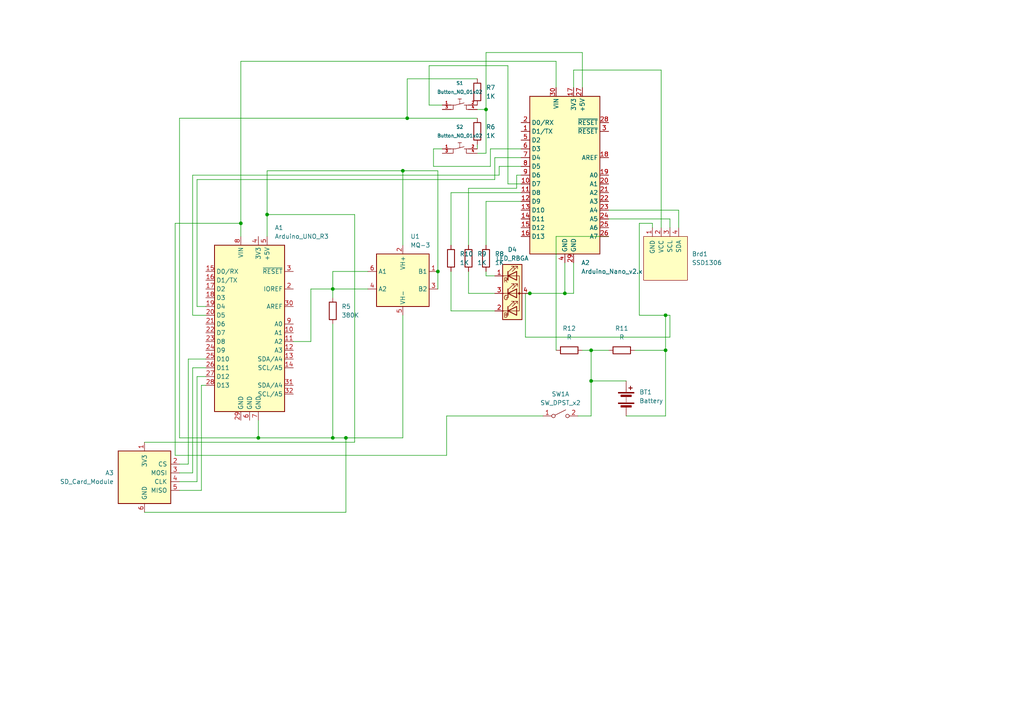
<source format=kicad_sch>
(kicad_sch (version 20230121) (generator eeschema)

  (uuid a94f6ade-b324-4980-a346-c4c7952bafd6)

  (paper "A4")

  (lib_symbols
    (symbol "Charleslabs_Parts:SD_Card_Module" (pin_names (offset 1.016)) (in_bom yes) (on_board yes)
      (property "Reference" "A" (at -7.62 10.16 0)
        (effects (font (size 1.27 1.27)))
      )
      (property "Value" "SD_Card_Module" (at 10.16 10.16 0)
        (effects (font (size 1.27 1.27)))
      )
      (property "Footprint" "Charleslabs_Parts:SD_Card_Module" (at 24.13 1.27 0)
        (effects (font (size 1.27 1.27)) hide)
      )
      (property "Datasheet" "" (at -7.62 8.89 0)
        (effects (font (size 1.27 1.27)) hide)
      )
      (symbol "SD_Card_Module_0_1"
        (rectangle (start -7.62 7.62) (end 7.62 -7.62)
          (stroke (width 0.254) (type solid))
          (fill (type background))
        )
      )
      (symbol "SD_Card_Module_1_1"
        (pin power_in line (at 0 10.16 270) (length 2.54)
          (name "3V3" (effects (font (size 1.27 1.27))))
          (number "1" (effects (font (size 1.27 1.27))))
        )
        (pin input line (at -10.16 3.81 0) (length 2.54)
          (name "CS" (effects (font (size 1.27 1.27))))
          (number "2" (effects (font (size 1.27 1.27))))
        )
        (pin input line (at -10.16 1.27 0) (length 2.54)
          (name "MOSI" (effects (font (size 1.27 1.27))))
          (number "3" (effects (font (size 1.27 1.27))))
        )
        (pin input line (at -10.16 -1.27 0) (length 2.54)
          (name "CLK" (effects (font (size 1.27 1.27))))
          (number "4" (effects (font (size 1.27 1.27))))
        )
        (pin output line (at -10.16 -3.81 0) (length 2.54)
          (name "MISO" (effects (font (size 1.27 1.27))))
          (number "5" (effects (font (size 1.27 1.27))))
        )
        (pin power_in line (at 0 -10.16 90) (length 2.54)
          (name "GND" (effects (font (size 1.27 1.27))))
          (number "6" (effects (font (size 1.27 1.27))))
        )
      )
    )
    (symbol "Device:Battery" (pin_numbers hide) (pin_names (offset 0) hide) (in_bom yes) (on_board yes)
      (property "Reference" "BT" (at 2.54 2.54 0)
        (effects (font (size 1.27 1.27)) (justify left))
      )
      (property "Value" "Battery" (at 2.54 0 0)
        (effects (font (size 1.27 1.27)) (justify left))
      )
      (property "Footprint" "" (at 0 1.524 90)
        (effects (font (size 1.27 1.27)) hide)
      )
      (property "Datasheet" "~" (at 0 1.524 90)
        (effects (font (size 1.27 1.27)) hide)
      )
      (property "ki_keywords" "batt voltage-source cell" (at 0 0 0)
        (effects (font (size 1.27 1.27)) hide)
      )
      (property "ki_description" "Multiple-cell battery" (at 0 0 0)
        (effects (font (size 1.27 1.27)) hide)
      )
      (symbol "Battery_0_1"
        (rectangle (start -2.286 -1.27) (end 2.286 -1.524)
          (stroke (width 0) (type default))
          (fill (type outline))
        )
        (rectangle (start -2.286 1.778) (end 2.286 1.524)
          (stroke (width 0) (type default))
          (fill (type outline))
        )
        (rectangle (start -1.524 -2.032) (end 1.524 -2.54)
          (stroke (width 0) (type default))
          (fill (type outline))
        )
        (rectangle (start -1.524 1.016) (end 1.524 0.508)
          (stroke (width 0) (type default))
          (fill (type outline))
        )
        (polyline
          (pts
            (xy 0 -1.016)
            (xy 0 -0.762)
          )
          (stroke (width 0) (type default))
          (fill (type none))
        )
        (polyline
          (pts
            (xy 0 -0.508)
            (xy 0 -0.254)
          )
          (stroke (width 0) (type default))
          (fill (type none))
        )
        (polyline
          (pts
            (xy 0 0)
            (xy 0 0.254)
          )
          (stroke (width 0) (type default))
          (fill (type none))
        )
        (polyline
          (pts
            (xy 0 1.778)
            (xy 0 2.54)
          )
          (stroke (width 0) (type default))
          (fill (type none))
        )
        (polyline
          (pts
            (xy 0.762 3.048)
            (xy 1.778 3.048)
          )
          (stroke (width 0.254) (type default))
          (fill (type none))
        )
        (polyline
          (pts
            (xy 1.27 3.556)
            (xy 1.27 2.54)
          )
          (stroke (width 0.254) (type default))
          (fill (type none))
        )
      )
      (symbol "Battery_1_1"
        (pin passive line (at 0 5.08 270) (length 2.54)
          (name "+" (effects (font (size 1.27 1.27))))
          (number "1" (effects (font (size 1.27 1.27))))
        )
        (pin passive line (at 0 -5.08 90) (length 2.54)
          (name "-" (effects (font (size 1.27 1.27))))
          (number "2" (effects (font (size 1.27 1.27))))
        )
      )
    )
    (symbol "Device:LED_RBGA" (pin_names (offset 0) hide) (in_bom yes) (on_board yes)
      (property "Reference" "D" (at 0 9.398 0)
        (effects (font (size 1.27 1.27)))
      )
      (property "Value" "LED_RBGA" (at 0 -8.89 0)
        (effects (font (size 1.27 1.27)))
      )
      (property "Footprint" "" (at 0 -1.27 0)
        (effects (font (size 1.27 1.27)) hide)
      )
      (property "Datasheet" "~" (at 0 -1.27 0)
        (effects (font (size 1.27 1.27)) hide)
      )
      (property "ki_keywords" "LED RGB diode" (at 0 0 0)
        (effects (font (size 1.27 1.27)) hide)
      )
      (property "ki_description" "RGB LED, red/blue/green/anode" (at 0 0 0)
        (effects (font (size 1.27 1.27)) hide)
      )
      (property "ki_fp_filters" "LED* LED_SMD:* LED_THT:*" (at 0 0 0)
        (effects (font (size 1.27 1.27)) hide)
      )
      (symbol "LED_RBGA_0_0"
        (text "B" (at -1.905 -6.35 0)
          (effects (font (size 1.27 1.27)))
        )
        (text "G" (at -1.905 -1.27 0)
          (effects (font (size 1.27 1.27)))
        )
        (text "R" (at -1.905 3.81 0)
          (effects (font (size 1.27 1.27)))
        )
      )
      (symbol "LED_RBGA_0_1"
        (polyline
          (pts
            (xy -1.27 -5.08)
            (xy -2.54 -5.08)
          )
          (stroke (width 0) (type default))
          (fill (type none))
        )
        (polyline
          (pts
            (xy -1.27 -5.08)
            (xy 1.27 -5.08)
          )
          (stroke (width 0) (type default))
          (fill (type none))
        )
        (polyline
          (pts
            (xy -1.27 -3.81)
            (xy -1.27 -6.35)
          )
          (stroke (width 0.254) (type default))
          (fill (type none))
        )
        (polyline
          (pts
            (xy -1.27 0)
            (xy -2.54 0)
          )
          (stroke (width 0) (type default))
          (fill (type none))
        )
        (polyline
          (pts
            (xy -1.27 1.27)
            (xy -1.27 -1.27)
          )
          (stroke (width 0.254) (type default))
          (fill (type none))
        )
        (polyline
          (pts
            (xy -1.27 5.08)
            (xy -2.54 5.08)
          )
          (stroke (width 0) (type default))
          (fill (type none))
        )
        (polyline
          (pts
            (xy -1.27 5.08)
            (xy 1.27 5.08)
          )
          (stroke (width 0) (type default))
          (fill (type none))
        )
        (polyline
          (pts
            (xy -1.27 6.35)
            (xy -1.27 3.81)
          )
          (stroke (width 0.254) (type default))
          (fill (type none))
        )
        (polyline
          (pts
            (xy 1.27 0)
            (xy -1.27 0)
          )
          (stroke (width 0) (type default))
          (fill (type none))
        )
        (polyline
          (pts
            (xy 1.27 0)
            (xy 2.54 0)
          )
          (stroke (width 0) (type default))
          (fill (type none))
        )
        (polyline
          (pts
            (xy -1.27 1.27)
            (xy -1.27 -1.27)
            (xy -1.27 -1.27)
          )
          (stroke (width 0) (type default))
          (fill (type none))
        )
        (polyline
          (pts
            (xy -1.27 6.35)
            (xy -1.27 3.81)
            (xy -1.27 3.81)
          )
          (stroke (width 0) (type default))
          (fill (type none))
        )
        (polyline
          (pts
            (xy 1.27 -5.08)
            (xy 2.032 -5.08)
            (xy 2.032 5.08)
            (xy 1.27 5.08)
          )
          (stroke (width 0) (type default))
          (fill (type none))
        )
        (polyline
          (pts
            (xy 1.27 -3.81)
            (xy 1.27 -6.35)
            (xy -1.27 -5.08)
            (xy 1.27 -3.81)
          )
          (stroke (width 0.254) (type default))
          (fill (type none))
        )
        (polyline
          (pts
            (xy 1.27 1.27)
            (xy 1.27 -1.27)
            (xy -1.27 0)
            (xy 1.27 1.27)
          )
          (stroke (width 0.254) (type default))
          (fill (type none))
        )
        (polyline
          (pts
            (xy 1.27 6.35)
            (xy 1.27 3.81)
            (xy -1.27 5.08)
            (xy 1.27 6.35)
          )
          (stroke (width 0.254) (type default))
          (fill (type none))
        )
        (polyline
          (pts
            (xy -1.016 -3.81)
            (xy 0.508 -2.286)
            (xy -0.254 -2.286)
            (xy 0.508 -2.286)
            (xy 0.508 -3.048)
          )
          (stroke (width 0) (type default))
          (fill (type none))
        )
        (polyline
          (pts
            (xy -1.016 1.27)
            (xy 0.508 2.794)
            (xy -0.254 2.794)
            (xy 0.508 2.794)
            (xy 0.508 2.032)
          )
          (stroke (width 0) (type default))
          (fill (type none))
        )
        (polyline
          (pts
            (xy -1.016 6.35)
            (xy 0.508 7.874)
            (xy -0.254 7.874)
            (xy 0.508 7.874)
            (xy 0.508 7.112)
          )
          (stroke (width 0) (type default))
          (fill (type none))
        )
        (polyline
          (pts
            (xy 0 -3.81)
            (xy 1.524 -2.286)
            (xy 0.762 -2.286)
            (xy 1.524 -2.286)
            (xy 1.524 -3.048)
          )
          (stroke (width 0) (type default))
          (fill (type none))
        )
        (polyline
          (pts
            (xy 0 1.27)
            (xy 1.524 2.794)
            (xy 0.762 2.794)
            (xy 1.524 2.794)
            (xy 1.524 2.032)
          )
          (stroke (width 0) (type default))
          (fill (type none))
        )
        (polyline
          (pts
            (xy 0 6.35)
            (xy 1.524 7.874)
            (xy 0.762 7.874)
            (xy 1.524 7.874)
            (xy 1.524 7.112)
          )
          (stroke (width 0) (type default))
          (fill (type none))
        )
        (rectangle (start 1.27 -1.27) (end 1.27 1.27)
          (stroke (width 0) (type default))
          (fill (type none))
        )
        (rectangle (start 1.27 1.27) (end 1.27 1.27)
          (stroke (width 0) (type default))
          (fill (type none))
        )
        (rectangle (start 1.27 3.81) (end 1.27 6.35)
          (stroke (width 0) (type default))
          (fill (type none))
        )
        (rectangle (start 1.27 6.35) (end 1.27 6.35)
          (stroke (width 0) (type default))
          (fill (type none))
        )
        (circle (center 2.032 0) (radius 0.254)
          (stroke (width 0) (type default))
          (fill (type outline))
        )
        (rectangle (start 2.794 8.382) (end -2.794 -7.62)
          (stroke (width 0.254) (type default))
          (fill (type background))
        )
      )
      (symbol "LED_RBGA_1_1"
        (pin passive line (at -5.08 5.08 0) (length 2.54)
          (name "RK" (effects (font (size 1.27 1.27))))
          (number "1" (effects (font (size 1.27 1.27))))
        )
        (pin passive line (at -5.08 -5.08 0) (length 2.54)
          (name "BK" (effects (font (size 1.27 1.27))))
          (number "2" (effects (font (size 1.27 1.27))))
        )
        (pin passive line (at -5.08 0 0) (length 2.54)
          (name "GK" (effects (font (size 1.27 1.27))))
          (number "3" (effects (font (size 1.27 1.27))))
        )
        (pin passive line (at 5.08 0 180) (length 2.54)
          (name "A" (effects (font (size 1.27 1.27))))
          (number "4" (effects (font (size 1.27 1.27))))
        )
      )
    )
    (symbol "Device:R" (pin_numbers hide) (pin_names (offset 0)) (in_bom yes) (on_board yes)
      (property "Reference" "R" (at 2.032 0 90)
        (effects (font (size 1.27 1.27)))
      )
      (property "Value" "R" (at 0 0 90)
        (effects (font (size 1.27 1.27)))
      )
      (property "Footprint" "" (at -1.778 0 90)
        (effects (font (size 1.27 1.27)) hide)
      )
      (property "Datasheet" "~" (at 0 0 0)
        (effects (font (size 1.27 1.27)) hide)
      )
      (property "ki_keywords" "R res resistor" (at 0 0 0)
        (effects (font (size 1.27 1.27)) hide)
      )
      (property "ki_description" "Resistor" (at 0 0 0)
        (effects (font (size 1.27 1.27)) hide)
      )
      (property "ki_fp_filters" "R_*" (at 0 0 0)
        (effects (font (size 1.27 1.27)) hide)
      )
      (symbol "R_0_1"
        (rectangle (start -1.016 -2.54) (end 1.016 2.54)
          (stroke (width 0.254) (type default))
          (fill (type none))
        )
      )
      (symbol "R_1_1"
        (pin passive line (at 0 3.81 270) (length 1.27)
          (name "~" (effects (font (size 1.27 1.27))))
          (number "1" (effects (font (size 1.27 1.27))))
        )
        (pin passive line (at 0 -3.81 90) (length 1.27)
          (name "~" (effects (font (size 1.27 1.27))))
          (number "2" (effects (font (size 1.27 1.27))))
        )
      )
    )
    (symbol "MCU_Module:Arduino_Nano_v2.x" (in_bom yes) (on_board yes)
      (property "Reference" "A" (at -10.16 23.495 0)
        (effects (font (size 1.27 1.27)) (justify left bottom))
      )
      (property "Value" "Arduino_Nano_v2.x" (at 5.08 -24.13 0)
        (effects (font (size 1.27 1.27)) (justify left top))
      )
      (property "Footprint" "Module:Arduino_Nano" (at 0 0 0)
        (effects (font (size 1.27 1.27) italic) hide)
      )
      (property "Datasheet" "https://www.arduino.cc/en/uploads/Main/ArduinoNanoManual23.pdf" (at 0 0 0)
        (effects (font (size 1.27 1.27)) hide)
      )
      (property "ki_keywords" "Arduino nano microcontroller module USB" (at 0 0 0)
        (effects (font (size 1.27 1.27)) hide)
      )
      (property "ki_description" "Arduino Nano v2.x" (at 0 0 0)
        (effects (font (size 1.27 1.27)) hide)
      )
      (property "ki_fp_filters" "Arduino*Nano*" (at 0 0 0)
        (effects (font (size 1.27 1.27)) hide)
      )
      (symbol "Arduino_Nano_v2.x_0_1"
        (rectangle (start -10.16 22.86) (end 10.16 -22.86)
          (stroke (width 0.254) (type default))
          (fill (type background))
        )
      )
      (symbol "Arduino_Nano_v2.x_1_1"
        (pin bidirectional line (at -12.7 12.7 0) (length 2.54)
          (name "D1/TX" (effects (font (size 1.27 1.27))))
          (number "1" (effects (font (size 1.27 1.27))))
        )
        (pin bidirectional line (at -12.7 -2.54 0) (length 2.54)
          (name "D7" (effects (font (size 1.27 1.27))))
          (number "10" (effects (font (size 1.27 1.27))))
        )
        (pin bidirectional line (at -12.7 -5.08 0) (length 2.54)
          (name "D8" (effects (font (size 1.27 1.27))))
          (number "11" (effects (font (size 1.27 1.27))))
        )
        (pin bidirectional line (at -12.7 -7.62 0) (length 2.54)
          (name "D9" (effects (font (size 1.27 1.27))))
          (number "12" (effects (font (size 1.27 1.27))))
        )
        (pin bidirectional line (at -12.7 -10.16 0) (length 2.54)
          (name "D10" (effects (font (size 1.27 1.27))))
          (number "13" (effects (font (size 1.27 1.27))))
        )
        (pin bidirectional line (at -12.7 -12.7 0) (length 2.54)
          (name "D11" (effects (font (size 1.27 1.27))))
          (number "14" (effects (font (size 1.27 1.27))))
        )
        (pin bidirectional line (at -12.7 -15.24 0) (length 2.54)
          (name "D12" (effects (font (size 1.27 1.27))))
          (number "15" (effects (font (size 1.27 1.27))))
        )
        (pin bidirectional line (at -12.7 -17.78 0) (length 2.54)
          (name "D13" (effects (font (size 1.27 1.27))))
          (number "16" (effects (font (size 1.27 1.27))))
        )
        (pin power_out line (at 2.54 25.4 270) (length 2.54)
          (name "3V3" (effects (font (size 1.27 1.27))))
          (number "17" (effects (font (size 1.27 1.27))))
        )
        (pin input line (at 12.7 5.08 180) (length 2.54)
          (name "AREF" (effects (font (size 1.27 1.27))))
          (number "18" (effects (font (size 1.27 1.27))))
        )
        (pin bidirectional line (at 12.7 0 180) (length 2.54)
          (name "A0" (effects (font (size 1.27 1.27))))
          (number "19" (effects (font (size 1.27 1.27))))
        )
        (pin bidirectional line (at -12.7 15.24 0) (length 2.54)
          (name "D0/RX" (effects (font (size 1.27 1.27))))
          (number "2" (effects (font (size 1.27 1.27))))
        )
        (pin bidirectional line (at 12.7 -2.54 180) (length 2.54)
          (name "A1" (effects (font (size 1.27 1.27))))
          (number "20" (effects (font (size 1.27 1.27))))
        )
        (pin bidirectional line (at 12.7 -5.08 180) (length 2.54)
          (name "A2" (effects (font (size 1.27 1.27))))
          (number "21" (effects (font (size 1.27 1.27))))
        )
        (pin bidirectional line (at 12.7 -7.62 180) (length 2.54)
          (name "A3" (effects (font (size 1.27 1.27))))
          (number "22" (effects (font (size 1.27 1.27))))
        )
        (pin bidirectional line (at 12.7 -10.16 180) (length 2.54)
          (name "A4" (effects (font (size 1.27 1.27))))
          (number "23" (effects (font (size 1.27 1.27))))
        )
        (pin bidirectional line (at 12.7 -12.7 180) (length 2.54)
          (name "A5" (effects (font (size 1.27 1.27))))
          (number "24" (effects (font (size 1.27 1.27))))
        )
        (pin bidirectional line (at 12.7 -15.24 180) (length 2.54)
          (name "A6" (effects (font (size 1.27 1.27))))
          (number "25" (effects (font (size 1.27 1.27))))
        )
        (pin bidirectional line (at 12.7 -17.78 180) (length 2.54)
          (name "A7" (effects (font (size 1.27 1.27))))
          (number "26" (effects (font (size 1.27 1.27))))
        )
        (pin power_out line (at 5.08 25.4 270) (length 2.54)
          (name "+5V" (effects (font (size 1.27 1.27))))
          (number "27" (effects (font (size 1.27 1.27))))
        )
        (pin input line (at 12.7 15.24 180) (length 2.54)
          (name "~{RESET}" (effects (font (size 1.27 1.27))))
          (number "28" (effects (font (size 1.27 1.27))))
        )
        (pin power_in line (at 2.54 -25.4 90) (length 2.54)
          (name "GND" (effects (font (size 1.27 1.27))))
          (number "29" (effects (font (size 1.27 1.27))))
        )
        (pin input line (at 12.7 12.7 180) (length 2.54)
          (name "~{RESET}" (effects (font (size 1.27 1.27))))
          (number "3" (effects (font (size 1.27 1.27))))
        )
        (pin power_in line (at -2.54 25.4 270) (length 2.54)
          (name "VIN" (effects (font (size 1.27 1.27))))
          (number "30" (effects (font (size 1.27 1.27))))
        )
        (pin power_in line (at 0 -25.4 90) (length 2.54)
          (name "GND" (effects (font (size 1.27 1.27))))
          (number "4" (effects (font (size 1.27 1.27))))
        )
        (pin bidirectional line (at -12.7 10.16 0) (length 2.54)
          (name "D2" (effects (font (size 1.27 1.27))))
          (number "5" (effects (font (size 1.27 1.27))))
        )
        (pin bidirectional line (at -12.7 7.62 0) (length 2.54)
          (name "D3" (effects (font (size 1.27 1.27))))
          (number "6" (effects (font (size 1.27 1.27))))
        )
        (pin bidirectional line (at -12.7 5.08 0) (length 2.54)
          (name "D4" (effects (font (size 1.27 1.27))))
          (number "7" (effects (font (size 1.27 1.27))))
        )
        (pin bidirectional line (at -12.7 2.54 0) (length 2.54)
          (name "D5" (effects (font (size 1.27 1.27))))
          (number "8" (effects (font (size 1.27 1.27))))
        )
        (pin bidirectional line (at -12.7 0 0) (length 2.54)
          (name "D6" (effects (font (size 1.27 1.27))))
          (number "9" (effects (font (size 1.27 1.27))))
        )
      )
    )
    (symbol "MCU_Module:Arduino_UNO_R3" (in_bom yes) (on_board yes)
      (property "Reference" "A" (at -10.16 23.495 0)
        (effects (font (size 1.27 1.27)) (justify left bottom))
      )
      (property "Value" "Arduino_UNO_R3" (at 5.08 -26.67 0)
        (effects (font (size 1.27 1.27)) (justify left top))
      )
      (property "Footprint" "Module:Arduino_UNO_R3" (at 0 0 0)
        (effects (font (size 1.27 1.27) italic) hide)
      )
      (property "Datasheet" "https://www.arduino.cc/en/Main/arduinoBoardUno" (at 0 0 0)
        (effects (font (size 1.27 1.27)) hide)
      )
      (property "ki_keywords" "Arduino UNO R3 Microcontroller Module Atmel AVR USB" (at 0 0 0)
        (effects (font (size 1.27 1.27)) hide)
      )
      (property "ki_description" "Arduino UNO Microcontroller Module, release 3" (at 0 0 0)
        (effects (font (size 1.27 1.27)) hide)
      )
      (property "ki_fp_filters" "Arduino*UNO*R3*" (at 0 0 0)
        (effects (font (size 1.27 1.27)) hide)
      )
      (symbol "Arduino_UNO_R3_0_1"
        (rectangle (start -10.16 22.86) (end 10.16 -25.4)
          (stroke (width 0.254) (type default))
          (fill (type background))
        )
      )
      (symbol "Arduino_UNO_R3_1_1"
        (pin no_connect line (at -10.16 -20.32 0) (length 2.54) hide
          (name "NC" (effects (font (size 1.27 1.27))))
          (number "1" (effects (font (size 1.27 1.27))))
        )
        (pin bidirectional line (at 12.7 -2.54 180) (length 2.54)
          (name "A1" (effects (font (size 1.27 1.27))))
          (number "10" (effects (font (size 1.27 1.27))))
        )
        (pin bidirectional line (at 12.7 -5.08 180) (length 2.54)
          (name "A2" (effects (font (size 1.27 1.27))))
          (number "11" (effects (font (size 1.27 1.27))))
        )
        (pin bidirectional line (at 12.7 -7.62 180) (length 2.54)
          (name "A3" (effects (font (size 1.27 1.27))))
          (number "12" (effects (font (size 1.27 1.27))))
        )
        (pin bidirectional line (at 12.7 -10.16 180) (length 2.54)
          (name "SDA/A4" (effects (font (size 1.27 1.27))))
          (number "13" (effects (font (size 1.27 1.27))))
        )
        (pin bidirectional line (at 12.7 -12.7 180) (length 2.54)
          (name "SCL/A5" (effects (font (size 1.27 1.27))))
          (number "14" (effects (font (size 1.27 1.27))))
        )
        (pin bidirectional line (at -12.7 15.24 0) (length 2.54)
          (name "D0/RX" (effects (font (size 1.27 1.27))))
          (number "15" (effects (font (size 1.27 1.27))))
        )
        (pin bidirectional line (at -12.7 12.7 0) (length 2.54)
          (name "D1/TX" (effects (font (size 1.27 1.27))))
          (number "16" (effects (font (size 1.27 1.27))))
        )
        (pin bidirectional line (at -12.7 10.16 0) (length 2.54)
          (name "D2" (effects (font (size 1.27 1.27))))
          (number "17" (effects (font (size 1.27 1.27))))
        )
        (pin bidirectional line (at -12.7 7.62 0) (length 2.54)
          (name "D3" (effects (font (size 1.27 1.27))))
          (number "18" (effects (font (size 1.27 1.27))))
        )
        (pin bidirectional line (at -12.7 5.08 0) (length 2.54)
          (name "D4" (effects (font (size 1.27 1.27))))
          (number "19" (effects (font (size 1.27 1.27))))
        )
        (pin output line (at 12.7 10.16 180) (length 2.54)
          (name "IOREF" (effects (font (size 1.27 1.27))))
          (number "2" (effects (font (size 1.27 1.27))))
        )
        (pin bidirectional line (at -12.7 2.54 0) (length 2.54)
          (name "D5" (effects (font (size 1.27 1.27))))
          (number "20" (effects (font (size 1.27 1.27))))
        )
        (pin bidirectional line (at -12.7 0 0) (length 2.54)
          (name "D6" (effects (font (size 1.27 1.27))))
          (number "21" (effects (font (size 1.27 1.27))))
        )
        (pin bidirectional line (at -12.7 -2.54 0) (length 2.54)
          (name "D7" (effects (font (size 1.27 1.27))))
          (number "22" (effects (font (size 1.27 1.27))))
        )
        (pin bidirectional line (at -12.7 -5.08 0) (length 2.54)
          (name "D8" (effects (font (size 1.27 1.27))))
          (number "23" (effects (font (size 1.27 1.27))))
        )
        (pin bidirectional line (at -12.7 -7.62 0) (length 2.54)
          (name "D9" (effects (font (size 1.27 1.27))))
          (number "24" (effects (font (size 1.27 1.27))))
        )
        (pin bidirectional line (at -12.7 -10.16 0) (length 2.54)
          (name "D10" (effects (font (size 1.27 1.27))))
          (number "25" (effects (font (size 1.27 1.27))))
        )
        (pin bidirectional line (at -12.7 -12.7 0) (length 2.54)
          (name "D11" (effects (font (size 1.27 1.27))))
          (number "26" (effects (font (size 1.27 1.27))))
        )
        (pin bidirectional line (at -12.7 -15.24 0) (length 2.54)
          (name "D12" (effects (font (size 1.27 1.27))))
          (number "27" (effects (font (size 1.27 1.27))))
        )
        (pin bidirectional line (at -12.7 -17.78 0) (length 2.54)
          (name "D13" (effects (font (size 1.27 1.27))))
          (number "28" (effects (font (size 1.27 1.27))))
        )
        (pin power_in line (at -2.54 -27.94 90) (length 2.54)
          (name "GND" (effects (font (size 1.27 1.27))))
          (number "29" (effects (font (size 1.27 1.27))))
        )
        (pin input line (at 12.7 15.24 180) (length 2.54)
          (name "~{RESET}" (effects (font (size 1.27 1.27))))
          (number "3" (effects (font (size 1.27 1.27))))
        )
        (pin input line (at 12.7 5.08 180) (length 2.54)
          (name "AREF" (effects (font (size 1.27 1.27))))
          (number "30" (effects (font (size 1.27 1.27))))
        )
        (pin bidirectional line (at 12.7 -17.78 180) (length 2.54)
          (name "SDA/A4" (effects (font (size 1.27 1.27))))
          (number "31" (effects (font (size 1.27 1.27))))
        )
        (pin bidirectional line (at 12.7 -20.32 180) (length 2.54)
          (name "SCL/A5" (effects (font (size 1.27 1.27))))
          (number "32" (effects (font (size 1.27 1.27))))
        )
        (pin power_out line (at 2.54 25.4 270) (length 2.54)
          (name "3V3" (effects (font (size 1.27 1.27))))
          (number "4" (effects (font (size 1.27 1.27))))
        )
        (pin power_out line (at 5.08 25.4 270) (length 2.54)
          (name "+5V" (effects (font (size 1.27 1.27))))
          (number "5" (effects (font (size 1.27 1.27))))
        )
        (pin power_in line (at 0 -27.94 90) (length 2.54)
          (name "GND" (effects (font (size 1.27 1.27))))
          (number "6" (effects (font (size 1.27 1.27))))
        )
        (pin power_in line (at 2.54 -27.94 90) (length 2.54)
          (name "GND" (effects (font (size 1.27 1.27))))
          (number "7" (effects (font (size 1.27 1.27))))
        )
        (pin power_in line (at -2.54 25.4 270) (length 2.54)
          (name "VIN" (effects (font (size 1.27 1.27))))
          (number "8" (effects (font (size 1.27 1.27))))
        )
        (pin bidirectional line (at 12.7 0 180) (length 2.54)
          (name "A0" (effects (font (size 1.27 1.27))))
          (number "9" (effects (font (size 1.27 1.27))))
        )
      )
    )
    (symbol "SSD1306-128x64_OLED:SSD1306" (pin_names (offset 1.016)) (in_bom yes) (on_board yes)
      (property "Reference" "Brd" (at 0 -3.81 0)
        (effects (font (size 1.27 1.27)))
      )
      (property "Value" "SSD1306" (at 0 -1.27 0)
        (effects (font (size 1.27 1.27)))
      )
      (property "Footprint" "" (at 0 6.35 0)
        (effects (font (size 1.27 1.27)) hide)
      )
      (property "Datasheet" "" (at 0 6.35 0)
        (effects (font (size 1.27 1.27)) hide)
      )
      (property "ki_keywords" "SSD1306" (at 0 0 0)
        (effects (font (size 1.27 1.27)) hide)
      )
      (property "ki_description" "SSD1306 OLED" (at 0 0 0)
        (effects (font (size 1.27 1.27)) hide)
      )
      (property "ki_fp_filters" "SSD1306-128x64_OLED:SSD1306" (at 0 0 0)
        (effects (font (size 1.27 1.27)) hide)
      )
      (symbol "SSD1306_0_1"
        (rectangle (start -6.35 6.35) (end 6.35 -6.35)
          (stroke (width 0) (type solid))
          (fill (type background))
        )
      )
      (symbol "SSD1306_1_1"
        (pin input line (at -3.81 8.89 270) (length 2.54)
          (name "GND" (effects (font (size 1.27 1.27))))
          (number "1" (effects (font (size 1.27 1.27))))
        )
        (pin input line (at -1.27 8.89 270) (length 2.54)
          (name "VCC" (effects (font (size 1.27 1.27))))
          (number "2" (effects (font (size 1.27 1.27))))
        )
        (pin input line (at 1.27 8.89 270) (length 2.54)
          (name "SCL" (effects (font (size 1.27 1.27))))
          (number "3" (effects (font (size 1.27 1.27))))
        )
        (pin input line (at 3.81 8.89 270) (length 2.54)
          (name "SDA" (effects (font (size 1.27 1.27))))
          (number "4" (effects (font (size 1.27 1.27))))
        )
      )
    )
    (symbol "Sensor_Gas:MQ-6" (in_bom yes) (on_board yes)
      (property "Reference" "U" (at -6.35 8.89 0)
        (effects (font (size 1.27 1.27)))
      )
      (property "Value" "MQ-6" (at 3.81 8.89 0)
        (effects (font (size 1.27 1.27)))
      )
      (property "Footprint" "Sensor:MQ-6" (at 1.27 -11.43 0)
        (effects (font (size 1.27 1.27)) hide)
      )
      (property "Datasheet" "https://www.winsen-sensor.com/d/files/semiconductor/mq-6.pdf" (at 0 6.35 0)
        (effects (font (size 1.27 1.27)) hide)
      )
      (property "ki_keywords" "flammable gas sensor LPG" (at 0 0 0)
        (effects (font (size 1.27 1.27)) hide)
      )
      (property "ki_description" "Semiconductor Sensor for Flammable Gas" (at 0 0 0)
        (effects (font (size 1.27 1.27)) hide)
      )
      (property "ki_fp_filters" "*MQ*6*" (at 0 0 0)
        (effects (font (size 1.27 1.27)) hide)
      )
      (symbol "MQ-6_0_1"
        (rectangle (start -7.62 7.62) (end 7.62 -7.62)
          (stroke (width 0.254) (type default))
          (fill (type background))
        )
      )
      (symbol "MQ-6_1_1"
        (pin passive line (at 10.16 2.54 180) (length 2.54)
          (name "B1" (effects (font (size 1.27 1.27))))
          (number "1" (effects (font (size 1.27 1.27))))
        )
        (pin power_in line (at 0 10.16 270) (length 2.54)
          (name "VH+" (effects (font (size 1.27 1.27))))
          (number "2" (effects (font (size 1.27 1.27))))
        )
        (pin passive line (at 10.16 -2.54 180) (length 2.54)
          (name "B2" (effects (font (size 1.27 1.27))))
          (number "3" (effects (font (size 1.27 1.27))))
        )
        (pin passive line (at -10.16 -2.54 0) (length 2.54)
          (name "A2" (effects (font (size 1.27 1.27))))
          (number "4" (effects (font (size 1.27 1.27))))
        )
        (pin power_in line (at 0 -10.16 90) (length 2.54)
          (name "VH-" (effects (font (size 1.27 1.27))))
          (number "5" (effects (font (size 1.27 1.27))))
        )
        (pin passive line (at -10.16 2.54 0) (length 2.54)
          (name "A1" (effects (font (size 1.27 1.27))))
          (number "6" (effects (font (size 1.27 1.27))))
        )
      )
    )
    (symbol "Switch:SW_DPST_x2" (pin_names (offset 0) hide) (in_bom yes) (on_board yes)
      (property "Reference" "SW" (at 0 3.175 0)
        (effects (font (size 1.27 1.27)))
      )
      (property "Value" "SW_DPST_x2" (at 0 -2.54 0)
        (effects (font (size 1.27 1.27)))
      )
      (property "Footprint" "" (at 0 0 0)
        (effects (font (size 1.27 1.27)) hide)
      )
      (property "Datasheet" "~" (at 0 0 0)
        (effects (font (size 1.27 1.27)) hide)
      )
      (property "ki_keywords" "switch lever" (at 0 0 0)
        (effects (font (size 1.27 1.27)) hide)
      )
      (property "ki_description" "Single Pole Single Throw (SPST) switch, separate symbol" (at 0 0 0)
        (effects (font (size 1.27 1.27)) hide)
      )
      (symbol "SW_DPST_x2_0_0"
        (circle (center -2.032 0) (radius 0.508)
          (stroke (width 0) (type default))
          (fill (type none))
        )
        (polyline
          (pts
            (xy -1.524 0.254)
            (xy 1.524 1.778)
          )
          (stroke (width 0) (type default))
          (fill (type none))
        )
        (circle (center 2.032 0) (radius 0.508)
          (stroke (width 0) (type default))
          (fill (type none))
        )
      )
      (symbol "SW_DPST_x2_1_1"
        (pin passive line (at -5.08 0 0) (length 2.54)
          (name "A" (effects (font (size 1.27 1.27))))
          (number "1" (effects (font (size 1.27 1.27))))
        )
        (pin passive line (at 5.08 0 180) (length 2.54)
          (name "B" (effects (font (size 1.27 1.27))))
          (number "2" (effects (font (size 1.27 1.27))))
        )
      )
      (symbol "SW_DPST_x2_2_1"
        (pin passive line (at -5.08 0 0) (length 2.54)
          (name "A" (effects (font (size 1.27 1.27))))
          (number "3" (effects (font (size 1.27 1.27))))
        )
        (pin passive line (at 5.08 0 180) (length 2.54)
          (name "B" (effects (font (size 1.27 1.27))))
          (number "4" (effects (font (size 1.27 1.27))))
        )
      )
    )
    (symbol "button_no_01x02:Button_NO_01x02" (pin_names (offset 1.016) hide) (in_bom yes) (on_board yes)
      (property "Reference" "S" (at 0 3.81 0)
        (effects (font (size 0.9906 0.9906)))
      )
      (property "Value" "Button_NO_01x02" (at 0 -5.08 0)
        (effects (font (size 0.9906 0.9906)))
      )
      (property "Footprint" "" (at 0 -1.27 0)
        (effects (font (size 0.9906 0.9906)))
      )
      (property "Datasheet" "" (at 0 -1.27 0)
        (effects (font (size 0.9906 0.9906)))
      )
      (symbol "Button_NO_01x02_0_1"
        (polyline
          (pts
            (xy -0.508 1.778)
            (xy 0.508 1.778)
          )
          (stroke (width 0) (type solid))
          (fill (type none))
        )
        (polyline
          (pts
            (xy 0 0.762)
            (xy 0 0.381)
          )
          (stroke (width 0) (type solid))
          (fill (type none))
        )
        (polyline
          (pts
            (xy 0 1.27)
            (xy 0 1.016)
          )
          (stroke (width 0) (type solid))
          (fill (type none))
        )
        (polyline
          (pts
            (xy 0 1.778)
            (xy 0 1.524)
          )
          (stroke (width 0) (type solid))
          (fill (type none))
        )
        (polyline
          (pts
            (xy 1.27 0)
            (xy 2.54 0)
          )
          (stroke (width 0) (type solid))
          (fill (type none))
        )
        (polyline
          (pts
            (xy -2.54 0)
            (xy -1.27 0)
            (xy 1.27 0.635)
          )
          (stroke (width 0) (type solid))
          (fill (type none))
        )
        (polyline
          (pts
            (xy -1.905 0)
            (xy -1.905 -1.27)
            (xy -2.54 -1.27)
          )
          (stroke (width 0) (type solid))
          (fill (type none))
        )
        (polyline
          (pts
            (xy 2.54 -1.27)
            (xy 1.905 -1.27)
            (xy 1.905 0)
          )
          (stroke (width 0) (type solid))
          (fill (type none))
        )
      )
      (symbol "Button_NO_01x02_1_1"
        (pin passive line (at -5.08 0 0) (length 2.54)
          (name "1" (effects (font (size 0.7874 0.7874))))
          (number "1" (effects (font (size 0.7874 0.7874))))
        )
        (pin passive line (at 5.08 0 180) (length 2.54)
          (name "2" (effects (font (size 0.7874 0.7874))))
          (number "2" (effects (font (size 0.7874 0.7874))))
        )
        (pin passive line (at -5.08 -1.27 0) (length 2.54)
          (name "3" (effects (font (size 0.7874 0.7874))))
          (number "3" (effects (font (size 0.7874 0.7874))))
        )
        (pin passive line (at 5.08 -1.27 180) (length 2.54)
          (name "4" (effects (font (size 0.7874 0.7874))))
          (number "4" (effects (font (size 0.7874 0.7874))))
        )
      )
    )
  )

  (junction (at 96.52 83.82) (diameter 0) (color 0 0 0 0)
    (uuid 0c24af4d-a69a-4b33-a16a-413667283f50)
  )
  (junction (at 171.45 110.49) (diameter 0) (color 0 0 0 0)
    (uuid 31eec08e-6b48-4bec-ad8d-8d0f4ca783df)
  )
  (junction (at 69.85 64.77) (diameter 0) (color 0 0 0 0)
    (uuid 4bf266b8-889c-4051-9cde-43122cc5619c)
  )
  (junction (at 171.45 101.6) (diameter 0) (color 0 0 0 0)
    (uuid 676b333c-8300-4808-b9b5-ff59936e12d6)
  )
  (junction (at 127 78.74) (diameter 0) (color 0 0 0 0)
    (uuid 6a10c87a-8411-417d-86ba-bfa490660e97)
  )
  (junction (at 74.93 127) (diameter 0) (color 0 0 0 0)
    (uuid 6cf32d08-7db7-4e8a-832b-db89822acc50)
  )
  (junction (at 140.97 31.75) (diameter 0) (color 0 0 0 0)
    (uuid 719ab562-3a40-4205-96b9-d7c31e96091c)
  )
  (junction (at 118.11 34.29) (diameter 0) (color 0 0 0 0)
    (uuid 7a706a11-72d0-47f9-b07c-91331e872f30)
  )
  (junction (at 193.04 101.6) (diameter 0) (color 0 0 0 0)
    (uuid 7b0e129e-b601-441c-af2a-9a11304f1053)
  )
  (junction (at 163.83 85.09) (diameter 0) (color 0 0 0 0)
    (uuid 8b1f261b-7855-4109-8c08-2e05e09242cd)
  )
  (junction (at 100.33 127) (diameter 0) (color 0 0 0 0)
    (uuid 909794f7-2997-46b5-8dbd-e317f41fc7d6)
  )
  (junction (at 116.84 49.53) (diameter 0) (color 0 0 0 0)
    (uuid b527deec-66a7-4e57-9d8d-05232054fb17)
  )
  (junction (at 193.04 91.44) (diameter 0) (color 0 0 0 0)
    (uuid da3dcef2-215c-41d8-b246-97d10ec229a0)
  )
  (junction (at 153.67 85.09) (diameter 0) (color 0 0 0 0)
    (uuid ed8dbc81-46cf-41e3-8324-d6f362ccf1d0)
  )
  (junction (at 96.52 127) (diameter 0) (color 0 0 0 0)
    (uuid f33212ce-e447-4f2e-ba75-feb3efde43eb)
  )
  (junction (at 77.47 62.23) (diameter 0) (color 0 0 0 0)
    (uuid fd9027bd-fafb-4c50-b745-42932cbb3a8b)
  )

  (wire (pts (xy 116.84 91.44) (xy 116.84 127))
    (stroke (width 0) (type default))
    (uuid 020bf008-47bc-460c-80f2-3c9119363004)
  )
  (wire (pts (xy 138.43 41.91) (xy 138.43 43.18))
    (stroke (width 0) (type default))
    (uuid 047882b9-b99b-4341-94c6-8242ecb5c403)
  )
  (wire (pts (xy 96.52 78.74) (xy 96.52 83.82))
    (stroke (width 0) (type default))
    (uuid 06634c5d-cabf-4ce0-b014-8e011e143545)
  )
  (wire (pts (xy 69.85 64.77) (xy 69.85 68.58))
    (stroke (width 0) (type default))
    (uuid 074d2338-093e-4b99-b720-2dbedd2d4191)
  )
  (wire (pts (xy 185.42 64.77) (xy 185.42 91.44))
    (stroke (width 0) (type default))
    (uuid 09f4f6ee-8124-4c68-8a39-afbd61ffba26)
  )
  (wire (pts (xy 191.77 20.32) (xy 191.77 66.04))
    (stroke (width 0) (type default))
    (uuid 0b7ebb9d-da98-410f-bef5-ec885c6359d7)
  )
  (wire (pts (xy 118.11 22.86) (xy 118.11 34.29))
    (stroke (width 0) (type default))
    (uuid 0b8cfecd-98f7-4a38-b9e6-a26426d1ca3d)
  )
  (wire (pts (xy 59.69 109.22) (xy 57.15 109.22))
    (stroke (width 0) (type default))
    (uuid 0c725d4b-9633-4232-b889-ce141e647f01)
  )
  (wire (pts (xy 96.52 83.82) (xy 96.52 86.36))
    (stroke (width 0) (type default))
    (uuid 0cf61dd3-2342-4ef2-b1d0-0841661a31c5)
  )
  (wire (pts (xy 85.09 99.06) (xy 90.17 99.06))
    (stroke (width 0) (type default))
    (uuid 0df61811-31b6-4dab-8b55-548e1d393b72)
  )
  (wire (pts (xy 184.15 101.6) (xy 193.04 101.6))
    (stroke (width 0) (type default))
    (uuid 119df9b5-28ef-4eca-886f-b5d0b19ac405)
  )
  (wire (pts (xy 118.11 34.29) (xy 138.43 34.29))
    (stroke (width 0) (type default))
    (uuid 11a3a1e2-ddf3-48be-a15f-cbd9894ac43b)
  )
  (wire (pts (xy 143.51 90.17) (xy 130.81 90.17))
    (stroke (width 0) (type default))
    (uuid 12908eb3-9c56-498b-b4cd-1c1df258e8d8)
  )
  (wire (pts (xy 185.42 64.77) (xy 189.23 64.77))
    (stroke (width 0) (type default))
    (uuid 14568f24-c1f2-4275-91cc-66c02944d1be)
  )
  (wire (pts (xy 96.52 93.98) (xy 96.52 127))
    (stroke (width 0) (type default))
    (uuid 14d1362b-e5c4-41b8-91df-b8def98d3944)
  )
  (wire (pts (xy 57.15 109.22) (xy 57.15 139.7))
    (stroke (width 0) (type default))
    (uuid 1d8fd251-9d60-4851-9748-5de0d0b49178)
  )
  (wire (pts (xy 147.32 19.05) (xy 147.32 53.34))
    (stroke (width 0) (type default))
    (uuid 202659de-0ed6-401f-aca9-04889640fa1a)
  )
  (wire (pts (xy 55.88 91.44) (xy 59.69 91.44))
    (stroke (width 0) (type default))
    (uuid 2161bf4e-64a6-43ce-9b2e-170f2c4f90b1)
  )
  (wire (pts (xy 128.27 43.18) (xy 125.73 43.18))
    (stroke (width 0) (type default))
    (uuid 22f79728-4764-46f7-8963-b4d85d8fc262)
  )
  (wire (pts (xy 151.13 45.72) (xy 143.51 45.72))
    (stroke (width 0) (type default))
    (uuid 23810af2-dcd4-429e-b02a-46cc497ef80e)
  )
  (wire (pts (xy 194.31 63.5) (xy 194.31 66.04))
    (stroke (width 0) (type default))
    (uuid 24dd8472-b711-4e80-9cdb-088035f52c6d)
  )
  (wire (pts (xy 185.42 91.44) (xy 193.04 91.44))
    (stroke (width 0) (type default))
    (uuid 28a63cf2-182f-4a50-a4f5-870ba50d699d)
  )
  (wire (pts (xy 140.97 71.12) (xy 140.97 58.42))
    (stroke (width 0) (type default))
    (uuid 291fdb6a-b7b2-4936-b7e1-bba33ce12bc3)
  )
  (wire (pts (xy 152.4 85.09) (xy 153.67 85.09))
    (stroke (width 0) (type default))
    (uuid 29b9cda0-efc9-4966-b2c4-3f3a8e468490)
  )
  (wire (pts (xy 52.07 137.16) (xy 55.88 137.16))
    (stroke (width 0) (type default))
    (uuid 2aa0192c-72bd-4ce4-a9e9-301ad268b101)
  )
  (wire (pts (xy 135.89 54.61) (xy 149.86 54.61))
    (stroke (width 0) (type default))
    (uuid 2b9281a1-11f0-485c-ab3f-19069acd0ce0)
  )
  (wire (pts (xy 140.97 58.42) (xy 151.13 58.42))
    (stroke (width 0) (type default))
    (uuid 2d27036d-53b4-4744-bf62-28137bc85a46)
  )
  (wire (pts (xy 142.24 48.26) (xy 142.24 43.18))
    (stroke (width 0) (type default))
    (uuid 2ec64fa3-fe57-4ca1-bc06-d52286027d93)
  )
  (wire (pts (xy 130.81 78.74) (xy 130.81 90.17))
    (stroke (width 0) (type default))
    (uuid 2fb6f26b-8989-4625-969f-49b69a7cfa4a)
  )
  (wire (pts (xy 52.07 34.29) (xy 52.07 127))
    (stroke (width 0) (type default))
    (uuid 35d47e42-ca8a-405a-aa7e-300a5a42048a)
  )
  (wire (pts (xy 116.84 71.12) (xy 116.84 49.53))
    (stroke (width 0) (type default))
    (uuid 3805554c-ea22-4ca2-a03a-3c3ed526c9dc)
  )
  (wire (pts (xy 151.13 48.26) (xy 144.78 48.26))
    (stroke (width 0) (type default))
    (uuid 3ca18eed-ab1a-461c-b8df-b9ac706e4c21)
  )
  (wire (pts (xy 147.32 53.34) (xy 151.13 53.34))
    (stroke (width 0) (type default))
    (uuid 3cdc818c-d027-4396-86d1-156ea6b594f4)
  )
  (wire (pts (xy 181.61 120.65) (xy 193.04 120.65))
    (stroke (width 0) (type default))
    (uuid 3ddeb997-8684-461f-a46f-0a0c3a29f6f0)
  )
  (wire (pts (xy 57.15 52.07) (xy 57.15 88.9))
    (stroke (width 0) (type default))
    (uuid 42225759-1e52-4f4d-8c1d-a19d35c8af82)
  )
  (wire (pts (xy 100.33 127) (xy 96.52 127))
    (stroke (width 0) (type default))
    (uuid 45ca5641-5699-4f2f-8887-23087c3b3550)
  )
  (wire (pts (xy 102.87 128.27) (xy 102.87 62.23))
    (stroke (width 0) (type default))
    (uuid 4b4fa02c-9304-4ab9-9794-682ab51d4bfb)
  )
  (wire (pts (xy 54.61 104.14) (xy 59.69 104.14))
    (stroke (width 0) (type default))
    (uuid 4bbeba35-4258-4105-8e3d-7efe919a06dd)
  )
  (wire (pts (xy 100.33 127) (xy 100.33 148.59))
    (stroke (width 0) (type default))
    (uuid 4f4a2d8f-28d9-486e-8690-08b8870a5fea)
  )
  (wire (pts (xy 193.04 91.44) (xy 193.04 101.6))
    (stroke (width 0) (type default))
    (uuid 5244b323-8e16-4c4e-a28b-d70bdc83ef27)
  )
  (wire (pts (xy 52.07 127) (xy 74.93 127))
    (stroke (width 0) (type default))
    (uuid 5257f7fa-5aaa-498a-a668-70320ead15c3)
  )
  (wire (pts (xy 196.85 66.04) (xy 196.85 60.96))
    (stroke (width 0) (type default))
    (uuid 59af70dc-4219-4747-b1e7-70270cb5d976)
  )
  (wire (pts (xy 196.85 60.96) (xy 176.53 60.96))
    (stroke (width 0) (type default))
    (uuid 5fa80f0c-dd5c-4853-a235-31f91171bfbb)
  )
  (wire (pts (xy 135.89 78.74) (xy 135.89 85.09))
    (stroke (width 0) (type default))
    (uuid 6378dcdb-11a6-427c-8cca-8dc6c80d95ba)
  )
  (wire (pts (xy 124.46 30.48) (xy 124.46 19.05))
    (stroke (width 0) (type default))
    (uuid 64c1bdf8-7e45-458a-bc46-698a5cc5ca60)
  )
  (wire (pts (xy 166.37 25.4) (xy 166.37 20.32))
    (stroke (width 0) (type default))
    (uuid 684b0c9a-1673-4aac-a89d-eb6412f5c15b)
  )
  (wire (pts (xy 163.83 85.09) (xy 166.37 85.09))
    (stroke (width 0) (type default))
    (uuid 6856d5ac-e8f2-4714-ba24-1924bb5f1c3d)
  )
  (wire (pts (xy 161.29 68.58) (xy 161.29 101.6))
    (stroke (width 0) (type default))
    (uuid 6a876bed-83a7-4709-b3b0-8138cd9b3da3)
  )
  (wire (pts (xy 41.91 128.27) (xy 102.87 128.27))
    (stroke (width 0) (type default))
    (uuid 6aa8b979-e32a-4046-849c-6a8846627976)
  )
  (wire (pts (xy 106.68 83.82) (xy 96.52 83.82))
    (stroke (width 0) (type default))
    (uuid 6af8ca70-ecb7-4b56-ad4d-a18d28b33cb1)
  )
  (wire (pts (xy 161.29 17.78) (xy 161.29 25.4))
    (stroke (width 0) (type default))
    (uuid 6bfd68da-f6d2-4e74-b770-1159a6ec9afe)
  )
  (wire (pts (xy 77.47 62.23) (xy 77.47 68.58))
    (stroke (width 0) (type default))
    (uuid 6d574eb1-a60a-46f5-8e36-d7a83f2698dd)
  )
  (wire (pts (xy 129.54 120.65) (xy 129.54 132.08))
    (stroke (width 0) (type default))
    (uuid 6f8350b0-887c-4225-99ae-fe45116394ea)
  )
  (wire (pts (xy 77.47 62.23) (xy 102.87 62.23))
    (stroke (width 0) (type default))
    (uuid 70f3ab8f-7d87-4195-93f6-5ac8b7cbf650)
  )
  (wire (pts (xy 128.27 30.48) (xy 124.46 30.48))
    (stroke (width 0) (type default))
    (uuid 72748586-363a-49e1-b458-f9c11a352d35)
  )
  (wire (pts (xy 171.45 110.49) (xy 171.45 120.65))
    (stroke (width 0) (type default))
    (uuid 7714de74-edcb-4368-913a-34ae87b754bd)
  )
  (wire (pts (xy 125.73 43.18) (xy 125.73 48.26))
    (stroke (width 0) (type default))
    (uuid 789f1a37-f2da-4ef2-b84c-e5f726ede959)
  )
  (wire (pts (xy 144.78 50.8) (xy 55.88 50.8))
    (stroke (width 0) (type default))
    (uuid 79553e90-bcff-4142-b7ea-073bad5c36b4)
  )
  (wire (pts (xy 116.84 49.53) (xy 127 49.53))
    (stroke (width 0) (type default))
    (uuid 79ac6236-3f1c-4897-94b3-2f1756c39531)
  )
  (wire (pts (xy 58.42 111.76) (xy 58.42 142.24))
    (stroke (width 0) (type default))
    (uuid 7cee1791-f62b-435c-a7bb-25eacc781929)
  )
  (wire (pts (xy 69.85 17.78) (xy 161.29 17.78))
    (stroke (width 0) (type default))
    (uuid 81d0d469-d909-44b7-b790-ea886833fa55)
  )
  (wire (pts (xy 50.8 64.77) (xy 69.85 64.77))
    (stroke (width 0) (type default))
    (uuid 81d9f020-0713-41a7-af0c-64501dedc710)
  )
  (wire (pts (xy 50.8 132.08) (xy 50.8 64.77))
    (stroke (width 0) (type default))
    (uuid 830a06fa-f8d0-42fd-b39a-15d1f2031e75)
  )
  (wire (pts (xy 90.17 83.82) (xy 96.52 83.82))
    (stroke (width 0) (type default))
    (uuid 83e72903-9c99-4141-a695-940647d7e7e0)
  )
  (wire (pts (xy 125.73 48.26) (xy 142.24 48.26))
    (stroke (width 0) (type default))
    (uuid 85a7bbab-15a4-485f-8cde-d5899a02f4c2)
  )
  (wire (pts (xy 77.47 49.53) (xy 77.47 62.23))
    (stroke (width 0) (type default))
    (uuid 88cd44fc-a43a-4811-8eac-360ca99e1072)
  )
  (wire (pts (xy 168.91 15.24) (xy 140.97 15.24))
    (stroke (width 0) (type default))
    (uuid 8fb57aec-6f06-4cc5-888c-95f8151ebda4)
  )
  (wire (pts (xy 127 78.74) (xy 127 83.82))
    (stroke (width 0) (type default))
    (uuid 8febe04c-4f65-4c2c-97a2-e3a47b4392a9)
  )
  (wire (pts (xy 90.17 83.82) (xy 90.17 99.06))
    (stroke (width 0) (type default))
    (uuid 94c948a9-5583-4084-bf04-f79b9db0664f)
  )
  (wire (pts (xy 189.23 64.77) (xy 189.23 66.04))
    (stroke (width 0) (type default))
    (uuid 9591166e-0eeb-4409-9b64-95b83b76ee44)
  )
  (wire (pts (xy 138.43 44.45) (xy 140.97 44.45))
    (stroke (width 0) (type default))
    (uuid 97f71324-5a89-422e-bd11-7b614d880368)
  )
  (wire (pts (xy 143.51 85.09) (xy 135.89 85.09))
    (stroke (width 0) (type default))
    (uuid 997ef011-d842-44a8-90d7-5460f0a8a8ea)
  )
  (wire (pts (xy 54.61 134.62) (xy 54.61 104.14))
    (stroke (width 0) (type default))
    (uuid 99beb792-a256-47b5-8e27-f7a3423be778)
  )
  (wire (pts (xy 143.51 45.72) (xy 143.51 52.07))
    (stroke (width 0) (type default))
    (uuid 9acd7df8-951e-4c3f-a9e7-d7d489c3a4ae)
  )
  (wire (pts (xy 52.07 134.62) (xy 54.61 134.62))
    (stroke (width 0) (type default))
    (uuid 9d4d470e-ee28-454e-93c9-75d3573d3172)
  )
  (wire (pts (xy 166.37 85.09) (xy 166.37 76.2))
    (stroke (width 0) (type default))
    (uuid 9dc352a8-dcd0-4c35-9192-397c96126bde)
  )
  (wire (pts (xy 194.31 91.44) (xy 194.31 97.79))
    (stroke (width 0) (type default))
    (uuid 9e6e91d6-7469-4990-9ff3-577a6d0de3c5)
  )
  (wire (pts (xy 69.85 64.77) (xy 69.85 17.78))
    (stroke (width 0) (type default))
    (uuid a36f5f73-63cc-4958-a048-a25927861d2b)
  )
  (wire (pts (xy 157.48 120.65) (xy 129.54 120.65))
    (stroke (width 0) (type default))
    (uuid a39cc742-7dd3-4cd4-9933-0eb7622b1653)
  )
  (wire (pts (xy 142.24 43.18) (xy 151.13 43.18))
    (stroke (width 0) (type default))
    (uuid a401124d-1ec7-4d6e-8e52-42c01b84c7f2)
  )
  (wire (pts (xy 59.69 106.68) (xy 55.88 106.68))
    (stroke (width 0) (type default))
    (uuid a8c186fa-1867-45f7-8bd0-d4e9b68d4bd5)
  )
  (wire (pts (xy 193.04 101.6) (xy 193.04 120.65))
    (stroke (width 0) (type default))
    (uuid ab4c8143-77ca-4e04-b36f-6849b67461f1)
  )
  (wire (pts (xy 129.54 132.08) (xy 50.8 132.08))
    (stroke (width 0) (type default))
    (uuid b1918485-5a7f-4f24-a8ee-a119af1b9485)
  )
  (wire (pts (xy 116.84 49.53) (xy 77.47 49.53))
    (stroke (width 0) (type default))
    (uuid b3eb9715-9b19-4f7e-9bcc-5bcd9769a92b)
  )
  (wire (pts (xy 96.52 127) (xy 74.93 127))
    (stroke (width 0) (type default))
    (uuid b7025814-7d8e-4599-abcf-6b917973d6bb)
  )
  (wire (pts (xy 57.15 88.9) (xy 59.69 88.9))
    (stroke (width 0) (type default))
    (uuid b8df4ba0-6695-4e31-8f36-8f8c1be85379)
  )
  (wire (pts (xy 181.61 110.49) (xy 171.45 110.49))
    (stroke (width 0) (type default))
    (uuid b900bceb-37db-481e-b230-75c676311122)
  )
  (wire (pts (xy 140.97 31.75) (xy 138.43 31.75))
    (stroke (width 0) (type default))
    (uuid ba1054e3-5fcf-4306-a04f-bfe79986b7f8)
  )
  (wire (pts (xy 55.88 50.8) (xy 55.88 91.44))
    (stroke (width 0) (type default))
    (uuid bac256fe-c22e-416e-8894-26ee5a44a084)
  )
  (wire (pts (xy 58.42 111.76) (xy 59.69 111.76))
    (stroke (width 0) (type default))
    (uuid c07e90dd-6c38-43e8-a44f-f508a9417a59)
  )
  (wire (pts (xy 143.51 52.07) (xy 57.15 52.07))
    (stroke (width 0) (type default))
    (uuid c39986a7-1880-423c-b4e2-f52754d2a054)
  )
  (wire (pts (xy 163.83 76.2) (xy 163.83 85.09))
    (stroke (width 0) (type default))
    (uuid c87e474c-13fe-4776-996d-05b592f4d0c8)
  )
  (wire (pts (xy 140.97 78.74) (xy 140.97 80.01))
    (stroke (width 0) (type default))
    (uuid cef4536f-5f9f-4d81-8976-7dfb152b26c0)
  )
  (wire (pts (xy 149.86 54.61) (xy 149.86 50.8))
    (stroke (width 0) (type default))
    (uuid d17c6323-1f3a-4cb0-8aa0-4adda78999b2)
  )
  (wire (pts (xy 127 78.74) (xy 127 49.53))
    (stroke (width 0) (type default))
    (uuid d20346c7-d522-4d0d-99e8-0eecea419f02)
  )
  (wire (pts (xy 135.89 71.12) (xy 135.89 54.61))
    (stroke (width 0) (type default))
    (uuid d23b865c-d8d0-4471-bff6-9a46f3ba12f7)
  )
  (wire (pts (xy 171.45 101.6) (xy 168.91 101.6))
    (stroke (width 0) (type default))
    (uuid d2703742-df14-491d-a6ef-9f811ce51d3c)
  )
  (wire (pts (xy 171.45 110.49) (xy 171.45 101.6))
    (stroke (width 0) (type default))
    (uuid d312136c-0883-468d-8c47-189e1d57c775)
  )
  (wire (pts (xy 52.07 34.29) (xy 118.11 34.29))
    (stroke (width 0) (type default))
    (uuid d3295361-ed64-4da7-bb4c-d6dab2ba1112)
  )
  (wire (pts (xy 168.91 25.4) (xy 168.91 15.24))
    (stroke (width 0) (type default))
    (uuid d36022ed-f7e3-4001-ab4f-f43004def2e2)
  )
  (wire (pts (xy 116.84 127) (xy 100.33 127))
    (stroke (width 0) (type default))
    (uuid d4a3df77-b6d0-429b-b21f-9748d986ccf6)
  )
  (wire (pts (xy 130.81 71.12) (xy 130.81 55.88))
    (stroke (width 0) (type default))
    (uuid d4e4d17b-eab4-4fff-85ba-f7cbd93652fb)
  )
  (wire (pts (xy 144.78 48.26) (xy 144.78 50.8))
    (stroke (width 0) (type default))
    (uuid d82711ba-1c9a-4da5-9780-20daab2ff6e7)
  )
  (wire (pts (xy 138.43 22.86) (xy 118.11 22.86))
    (stroke (width 0) (type default))
    (uuid d85e95e6-bd21-4455-a8c4-542c41936718)
  )
  (wire (pts (xy 167.64 120.65) (xy 171.45 120.65))
    (stroke (width 0) (type default))
    (uuid d9702595-4c40-432b-9185-877820bb74fc)
  )
  (wire (pts (xy 193.04 91.44) (xy 194.31 91.44))
    (stroke (width 0) (type default))
    (uuid d98a977d-1b65-4ec7-a7b8-eec9afbfeabf)
  )
  (wire (pts (xy 52.07 142.24) (xy 58.42 142.24))
    (stroke (width 0) (type default))
    (uuid dcd4f9af-c7a4-4c99-b433-9b32ec95adec)
  )
  (wire (pts (xy 149.86 50.8) (xy 151.13 50.8))
    (stroke (width 0) (type default))
    (uuid ddd3c3e3-4b85-4fc8-8679-af1803dcfa64)
  )
  (wire (pts (xy 153.67 85.09) (xy 163.83 85.09))
    (stroke (width 0) (type default))
    (uuid de9a94e4-f9f5-4fd1-a03e-21c24d0e97f1)
  )
  (wire (pts (xy 152.4 85.09) (xy 152.4 97.79))
    (stroke (width 0) (type default))
    (uuid e564c6f3-3dd0-435e-8de2-d3edf8016af1)
  )
  (wire (pts (xy 55.88 106.68) (xy 55.88 137.16))
    (stroke (width 0) (type default))
    (uuid e5ecb832-3311-4d3b-b3b5-e0d2fd793d2b)
  )
  (wire (pts (xy 52.07 139.7) (xy 57.15 139.7))
    (stroke (width 0) (type default))
    (uuid ea1758d1-f306-4a3f-a337-917211b42155)
  )
  (wire (pts (xy 74.93 121.92) (xy 74.93 127))
    (stroke (width 0) (type default))
    (uuid ea258cb4-bf0d-4843-b686-7c7e14b8dc61)
  )
  (wire (pts (xy 106.68 78.74) (xy 96.52 78.74))
    (stroke (width 0) (type default))
    (uuid ea7673d6-cb0d-4a9a-9cef-798b3ac95bbb)
  )
  (wire (pts (xy 130.81 55.88) (xy 151.13 55.88))
    (stroke (width 0) (type default))
    (uuid ea9ad65b-9194-4c0e-8fd6-600268364250)
  )
  (wire (pts (xy 176.53 63.5) (xy 194.31 63.5))
    (stroke (width 0) (type default))
    (uuid ea9db036-9126-404f-94f3-6f1412c2bf46)
  )
  (wire (pts (xy 152.4 97.79) (xy 194.31 97.79))
    (stroke (width 0) (type default))
    (uuid ead7b5cc-0223-42c6-92ef-91f6377fd1ff)
  )
  (wire (pts (xy 41.91 148.59) (xy 100.33 148.59))
    (stroke (width 0) (type default))
    (uuid eadd6386-1843-4b6b-9a2d-74e797bd69cd)
  )
  (wire (pts (xy 124.46 19.05) (xy 147.32 19.05))
    (stroke (width 0) (type default))
    (uuid edd2e596-ab6a-481e-8104-8c64f05a3366)
  )
  (wire (pts (xy 140.97 15.24) (xy 140.97 31.75))
    (stroke (width 0) (type default))
    (uuid eecf36db-cb7b-44d7-b6cd-36b0ab536a75)
  )
  (wire (pts (xy 143.51 80.01) (xy 140.97 80.01))
    (stroke (width 0) (type default))
    (uuid ef5202b2-cdf5-4532-9fd4-d16ef2890dee)
  )
  (wire (pts (xy 161.29 68.58) (xy 176.53 68.58))
    (stroke (width 0) (type default))
    (uuid f0176f83-582a-4bbc-9655-c2e16138da11)
  )
  (wire (pts (xy 166.37 20.32) (xy 191.77 20.32))
    (stroke (width 0) (type default))
    (uuid f11888aa-986a-4196-9b04-9a0bbb2dafc6)
  )
  (wire (pts (xy 171.45 101.6) (xy 176.53 101.6))
    (stroke (width 0) (type default))
    (uuid f1dc5eb4-ee4f-4060-b63d-13dabd327feb)
  )
  (wire (pts (xy 140.97 31.75) (xy 140.97 44.45))
    (stroke (width 0) (type default))
    (uuid fe7a8ebf-0f17-4192-ab1a-4ad89dd3b674)
  )

  (symbol (lib_id "SSD1306-128x64_OLED:SSD1306") (at 193.04 74.93 0) (unit 1)
    (in_bom yes) (on_board yes) (dnp no) (fields_autoplaced)
    (uuid 091fb4ce-68e9-4676-b298-3c445799b177)
    (property "Reference" "Brd1" (at 200.66 73.66 0)
      (effects (font (size 1.27 1.27)) (justify left))
    )
    (property "Value" "SSD1306" (at 200.66 76.2 0)
      (effects (font (size 1.27 1.27)) (justify left))
    )
    (property "Footprint" "" (at 193.04 68.58 0)
      (effects (font (size 1.27 1.27)) hide)
    )
    (property "Datasheet" "" (at 193.04 68.58 0)
      (effects (font (size 1.27 1.27)) hide)
    )
    (pin "1" (uuid 1d29f1a5-1b9f-48ef-a095-c1220102e688))
    (pin "2" (uuid d3cfc193-f64d-4e50-84a7-0416b3c92282))
    (pin "3" (uuid 4b8dfc67-0bfc-48f9-9d2c-8332bf9210f9))
    (pin "4" (uuid 6e4da745-ae74-4045-ac8a-285d17c57cd5))
    (instances
      (project "Labb 3 analog"
        (path "/a94f6ade-b324-4980-a346-c4c7952bafd6"
          (reference "Brd1") (unit 1)
        )
      )
    )
  )

  (symbol (lib_id "Device:R") (at 138.43 38.1 0) (unit 1)
    (in_bom yes) (on_board yes) (dnp no) (fields_autoplaced)
    (uuid 0b5524b3-519d-4067-b4fd-45e301c0b19c)
    (property "Reference" "R6" (at 140.97 36.83 0)
      (effects (font (size 1.27 1.27)) (justify left))
    )
    (property "Value" "1K" (at 140.97 39.37 0)
      (effects (font (size 1.27 1.27)) (justify left))
    )
    (property "Footprint" "" (at 136.652 38.1 90)
      (effects (font (size 1.27 1.27)) hide)
    )
    (property "Datasheet" "~" (at 138.43 38.1 0)
      (effects (font (size 1.27 1.27)) hide)
    )
    (pin "1" (uuid e9e2492a-0974-422d-b9f2-a37ce62d9f00))
    (pin "2" (uuid 53a496a5-078e-4319-9f58-9a3d0fedaa25))
    (instances
      (project "Labb 3 analog"
        (path "/a94f6ade-b324-4980-a346-c4c7952bafd6"
          (reference "R6") (unit 1)
        )
      )
    )
  )

  (symbol (lib_id "Device:R") (at 138.43 26.67 0) (unit 1)
    (in_bom yes) (on_board yes) (dnp no) (fields_autoplaced)
    (uuid 0c1d8d23-d680-4692-a9a9-554518c9207a)
    (property "Reference" "R7" (at 140.97 25.4 0)
      (effects (font (size 1.27 1.27)) (justify left))
    )
    (property "Value" "1K" (at 140.97 27.94 0)
      (effects (font (size 1.27 1.27)) (justify left))
    )
    (property "Footprint" "" (at 136.652 26.67 90)
      (effects (font (size 1.27 1.27)) hide)
    )
    (property "Datasheet" "~" (at 138.43 26.67 0)
      (effects (font (size 1.27 1.27)) hide)
    )
    (pin "1" (uuid 7a2578cb-ec37-4548-bf0a-86101fbbeb0b))
    (pin "2" (uuid 8d50c280-f77e-4fa7-a82a-68f90cca386f))
    (instances
      (project "Labb 3 analog"
        (path "/a94f6ade-b324-4980-a346-c4c7952bafd6"
          (reference "R7") (unit 1)
        )
      )
    )
  )

  (symbol (lib_id "Device:R") (at 140.97 74.93 0) (unit 1)
    (in_bom yes) (on_board yes) (dnp no) (fields_autoplaced)
    (uuid 354a5544-163c-495a-9b70-fc306ba7205f)
    (property "Reference" "R8" (at 143.51 73.66 0)
      (effects (font (size 1.27 1.27)) (justify left))
    )
    (property "Value" "1K" (at 143.51 76.2 0)
      (effects (font (size 1.27 1.27)) (justify left))
    )
    (property "Footprint" "" (at 139.192 74.93 90)
      (effects (font (size 1.27 1.27)) hide)
    )
    (property "Datasheet" "~" (at 140.97 74.93 0)
      (effects (font (size 1.27 1.27)) hide)
    )
    (pin "1" (uuid 04c03afd-0074-4be7-9965-8d079a5d5723))
    (pin "2" (uuid b5887cb7-225a-4e24-9151-8f575ab111c7))
    (instances
      (project "Labb 3 analog"
        (path "/a94f6ade-b324-4980-a346-c4c7952bafd6"
          (reference "R8") (unit 1)
        )
      )
    )
  )

  (symbol (lib_id "MCU_Module:Arduino_Nano_v2.x") (at 163.83 50.8 0) (unit 1)
    (in_bom yes) (on_board yes) (dnp no) (fields_autoplaced)
    (uuid 37f269bf-ba9b-4b74-9b42-fc1b331e5cd1)
    (property "Reference" "A2" (at 168.5641 76.2 0)
      (effects (font (size 1.27 1.27)) (justify left))
    )
    (property "Value" "Arduino_Nano_v2.x" (at 168.5641 78.74 0)
      (effects (font (size 1.27 1.27)) (justify left))
    )
    (property "Footprint" "Module:Arduino_Nano" (at 163.83 50.8 0)
      (effects (font (size 1.27 1.27) italic) hide)
    )
    (property "Datasheet" "https://www.arduino.cc/en/uploads/Main/ArduinoNanoManual23.pdf" (at 163.83 50.8 0)
      (effects (font (size 1.27 1.27)) hide)
    )
    (pin "1" (uuid 570d8f2d-f8df-4562-9da2-fd7042bb04e3))
    (pin "10" (uuid b320571c-7c28-473c-81ad-9b734a52b84f))
    (pin "11" (uuid 76d24194-9557-471e-8ee6-3a29f99c4a91))
    (pin "12" (uuid 913d323d-2d4a-4cb7-b9d0-83436a089f66))
    (pin "13" (uuid 20d2bdf7-c294-45bf-bd5b-ec8e3af4b88a))
    (pin "14" (uuid adcd0605-f278-40eb-8df8-eb691a450f8c))
    (pin "15" (uuid 21a02ca7-e4bf-4474-b3e1-670813ad8c22))
    (pin "16" (uuid ead6f1e2-da49-4d94-82ac-d45dd9b7fc92))
    (pin "17" (uuid c4327c9b-3810-4fe6-aa45-f378a8cf934d))
    (pin "18" (uuid d3f4fcde-ea90-4b62-a3c1-a96727d43d24))
    (pin "19" (uuid e0b4451e-8c85-4a66-af23-d58e6d55b5b8))
    (pin "2" (uuid 336d74bc-1bfc-43d0-9fc3-6a91b2591f3d))
    (pin "20" (uuid 97f6762b-fa08-4a2d-921c-690717207c57))
    (pin "21" (uuid 4ff96933-17a9-492a-ae55-d3e783582ad9))
    (pin "22" (uuid 78e279e4-919c-47fd-86cd-06f9ea8e432e))
    (pin "23" (uuid c42a95a5-eba3-4ad5-b5f3-4e4aec5e46d7))
    (pin "24" (uuid 319bfb00-d6bd-4589-8347-919de096f221))
    (pin "25" (uuid 29937d00-a239-48ba-a79b-4d5523c0041c))
    (pin "26" (uuid 92fca9f4-7d1c-4162-a4a2-06271f07fd63))
    (pin "27" (uuid e7eec6ee-7baa-4d05-93ec-4b063f6fd534))
    (pin "28" (uuid 4d196686-5793-4cae-9511-6416527502f7))
    (pin "29" (uuid ce986465-7953-4e61-8096-805608cf3daf))
    (pin "3" (uuid e7577b06-57d3-43b0-baf7-79f3ad0d9c39))
    (pin "30" (uuid 242cd13e-fc68-46e1-a037-b80a5e169c6e))
    (pin "4" (uuid 0dad2e33-eaa8-4df5-a036-a63ba6a678f0))
    (pin "5" (uuid 0de9359b-f44c-40d3-8eef-9bad7f404902))
    (pin "6" (uuid 2fd190bb-d3f9-4d0a-9f2d-c21db292cdf3))
    (pin "7" (uuid 04826f92-d445-4d47-a536-ec4ae9f24f94))
    (pin "8" (uuid be617706-cc06-49c7-b4db-07d80d71454f))
    (pin "9" (uuid 64c47f18-177d-4775-8c0d-76208963ab76))
    (instances
      (project "Labb 3 analog"
        (path "/a94f6ade-b324-4980-a346-c4c7952bafd6"
          (reference "A2") (unit 1)
        )
      )
    )
  )

  (symbol (lib_id "button_no_01x02:Button_NO_01x02") (at 133.35 43.18 0) (unit 1)
    (in_bom yes) (on_board yes) (dnp no) (fields_autoplaced)
    (uuid 4969688e-f04c-4d98-a13c-c5eff7b2e2b4)
    (property "Reference" "S2" (at 133.35 36.83 0)
      (effects (font (size 0.9906 0.9906)))
    )
    (property "Value" "Button_NO_01x02" (at 133.35 39.37 0)
      (effects (font (size 0.9906 0.9906)))
    )
    (property "Footprint" "" (at 133.35 44.45 0)
      (effects (font (size 0.9906 0.9906)))
    )
    (property "Datasheet" "" (at 133.35 44.45 0)
      (effects (font (size 0.9906 0.9906)))
    )
    (pin "1" (uuid 019b49f9-9fe9-4530-a4e1-a6438b2b6624))
    (pin "2" (uuid 38c53070-f679-44f5-9a78-9d73e08a62f2))
    (pin "3" (uuid 0ef718ca-f304-470d-9ac9-179b0f3ea378))
    (pin "4" (uuid 755ffd3c-20f7-4bdb-ab92-3f4f8dce9a14))
    (instances
      (project "Labb 3 analog"
        (path "/a94f6ade-b324-4980-a346-c4c7952bafd6"
          (reference "S2") (unit 1)
        )
      )
    )
  )

  (symbol (lib_id "Device:R") (at 96.52 90.17 0) (unit 1)
    (in_bom yes) (on_board yes) (dnp no) (fields_autoplaced)
    (uuid 59cfeec0-bb7c-4a0b-91b6-56cff7a129a4)
    (property "Reference" "R5" (at 99.06 88.9 0)
      (effects (font (size 1.27 1.27)) (justify left))
    )
    (property "Value" "380K" (at 99.06 91.44 0)
      (effects (font (size 1.27 1.27)) (justify left))
    )
    (property "Footprint" "" (at 94.742 90.17 90)
      (effects (font (size 1.27 1.27)) hide)
    )
    (property "Datasheet" "~" (at 96.52 90.17 0)
      (effects (font (size 1.27 1.27)) hide)
    )
    (pin "1" (uuid 4e42cbc4-026d-41ae-a495-8ff3ec2fee9d))
    (pin "2" (uuid 1bc68785-c71d-45e6-9336-31692e329a2c))
    (instances
      (project "Labb 3 analog"
        (path "/a94f6ade-b324-4980-a346-c4c7952bafd6"
          (reference "R5") (unit 1)
        )
      )
    )
  )

  (symbol (lib_id "MCU_Module:Arduino_UNO_R3") (at 72.39 93.98 0) (unit 1)
    (in_bom yes) (on_board yes) (dnp no) (fields_autoplaced)
    (uuid 691f1a2f-6839-432c-a7ce-1ba18a6f9125)
    (property "Reference" "A1" (at 79.6641 66.04 0)
      (effects (font (size 1.27 1.27)) (justify left))
    )
    (property "Value" "Arduino_UNO_R3" (at 79.6641 68.58 0)
      (effects (font (size 1.27 1.27)) (justify left))
    )
    (property "Footprint" "Module:Arduino_UNO_R3" (at 72.39 93.98 0)
      (effects (font (size 1.27 1.27) italic) hide)
    )
    (property "Datasheet" "https://www.arduino.cc/en/Main/arduinoBoardUno" (at 72.39 93.98 0)
      (effects (font (size 1.27 1.27)) hide)
    )
    (pin "1" (uuid 90fac6ab-8d39-4156-8fc6-61ad27315390))
    (pin "10" (uuid d1971fc0-8c59-418d-9d0e-752d6b24e47e))
    (pin "11" (uuid 9b068284-fd37-481e-9667-134a19529c5a))
    (pin "12" (uuid a9b8f6c5-3240-4c9b-9e40-31b163ab9b12))
    (pin "13" (uuid 063b4897-31a3-437f-bd01-6d7c3ba4d698))
    (pin "14" (uuid e295635f-639c-42de-bcc1-2bf69d8b5811))
    (pin "15" (uuid b351d9f0-12e0-4e71-a8f7-eaf9a124182e))
    (pin "16" (uuid e8a3b0cc-2373-4240-84ef-2d86fe83246f))
    (pin "17" (uuid 19af5f82-6378-4741-9501-839180d0925d))
    (pin "18" (uuid eac58247-4dcf-46e7-bf3e-e046925baf4b))
    (pin "19" (uuid 11459163-eeb2-478b-be13-dca0244f2d41))
    (pin "2" (uuid 8c60a4e9-dd9d-43c1-98e0-547953f020b6))
    (pin "20" (uuid 377f1583-52d0-43fc-9e73-b06b5de1b5d9))
    (pin "21" (uuid fa710b24-dba6-447d-9273-6ffee83579ad))
    (pin "22" (uuid 3dffeb57-81d0-41de-970f-5fa2dbd1e82d))
    (pin "23" (uuid b01f6e8d-2cd9-4451-a285-1d1bda259ca5))
    (pin "24" (uuid a49c8e9d-548c-445c-bdd9-b0e9d56f2697))
    (pin "25" (uuid dffae21b-6456-43eb-980e-c8417b80d501))
    (pin "26" (uuid 5cb6db70-6495-48bb-93bf-245d480bcaf3))
    (pin "27" (uuid 6346b3de-0e66-46cf-b24b-ba3baf5a54eb))
    (pin "28" (uuid 6586fd0e-3eb5-410a-a674-29e54e7d22fe))
    (pin "29" (uuid 601d85e4-4b00-45d7-8b27-d74b64ba6491))
    (pin "3" (uuid 28f7b68e-1a2a-46ce-9f77-3a220d140034))
    (pin "30" (uuid 7f3925ea-5e17-4837-8675-289a9677b767))
    (pin "31" (uuid d4ef343f-d438-484d-8b36-f43c696e38f1))
    (pin "32" (uuid deec3d6d-d4a0-4e87-991f-b5032040c2b3))
    (pin "4" (uuid df839c5d-f217-44b0-8189-fe76a91bf1d8))
    (pin "5" (uuid a9f2834f-9d0a-44ba-b02d-26ee124ac1a0))
    (pin "6" (uuid 75a1a4ef-4f34-4e1f-91fa-52e86967017e))
    (pin "7" (uuid d1c42cc4-7328-4c01-a3a9-c0c5d83ce554))
    (pin "8" (uuid ce589010-bcea-4734-af3d-7263cdeb8790))
    (pin "9" (uuid dabdb37b-bfb0-48e8-987b-df9be59cdcf6))
    (instances
      (project "Labb 3 analog"
        (path "/a94f6ade-b324-4980-a346-c4c7952bafd6"
          (reference "A1") (unit 1)
        )
      )
    )
  )

  (symbol (lib_id "Device:R") (at 130.81 74.93 0) (unit 1)
    (in_bom yes) (on_board yes) (dnp no) (fields_autoplaced)
    (uuid 8588815b-c38e-4916-8efd-f369e62f4a5e)
    (property "Reference" "R10" (at 133.35 73.66 0)
      (effects (font (size 1.27 1.27)) (justify left))
    )
    (property "Value" "1K" (at 133.35 76.2 0)
      (effects (font (size 1.27 1.27)) (justify left))
    )
    (property "Footprint" "" (at 129.032 74.93 90)
      (effects (font (size 1.27 1.27)) hide)
    )
    (property "Datasheet" "~" (at 130.81 74.93 0)
      (effects (font (size 1.27 1.27)) hide)
    )
    (pin "1" (uuid 2389fb2e-5542-49b8-9a12-e6ce1c1cd07f))
    (pin "2" (uuid f06df441-834c-4a32-be88-bbcc066f27d4))
    (instances
      (project "Labb 3 analog"
        (path "/a94f6ade-b324-4980-a346-c4c7952bafd6"
          (reference "R10") (unit 1)
        )
      )
    )
  )

  (symbol (lib_id "Charleslabs_Parts:SD_Card_Module") (at 41.91 138.43 0) (mirror y) (unit 1)
    (in_bom yes) (on_board yes) (dnp no)
    (uuid 901bf812-1787-46ac-938a-48b19fa6d0d0)
    (property "Reference" "A3" (at 33.02 137.16 0)
      (effects (font (size 1.27 1.27)) (justify left))
    )
    (property "Value" "SD_Card_Module" (at 33.02 139.7 0)
      (effects (font (size 1.27 1.27)) (justify left))
    )
    (property "Footprint" "Charleslabs_Parts:SD_Card_Module" (at 17.78 137.16 0)
      (effects (font (size 1.27 1.27)) hide)
    )
    (property "Datasheet" "" (at 49.53 129.54 0)
      (effects (font (size 1.27 1.27)) hide)
    )
    (pin "1" (uuid dccf7f9d-c6db-4e46-a5a3-308b99d5a55a))
    (pin "2" (uuid bff4ca9e-5126-4687-8444-7e19308064be))
    (pin "3" (uuid 223fb276-d2a5-4da9-825f-243dece2d5a9))
    (pin "4" (uuid 3b13e4f7-f746-412e-a799-16c20a742505))
    (pin "5" (uuid 2fc8013f-fff5-459f-b009-459b6ced35f0))
    (pin "6" (uuid 98111f4b-e9b3-4eb5-9fc4-6f72dd9aac3c))
    (instances
      (project "Labb 3 analog"
        (path "/a94f6ade-b324-4980-a346-c4c7952bafd6"
          (reference "A3") (unit 1)
        )
      )
    )
  )

  (symbol (lib_id "Device:R") (at 135.89 74.93 0) (unit 1)
    (in_bom yes) (on_board yes) (dnp no) (fields_autoplaced)
    (uuid 985836d7-3b33-4b31-a604-57c7b741593e)
    (property "Reference" "R9" (at 138.43 73.66 0)
      (effects (font (size 1.27 1.27)) (justify left))
    )
    (property "Value" "1K" (at 138.43 76.2 0)
      (effects (font (size 1.27 1.27)) (justify left))
    )
    (property "Footprint" "" (at 134.112 74.93 90)
      (effects (font (size 1.27 1.27)) hide)
    )
    (property "Datasheet" "~" (at 135.89 74.93 0)
      (effects (font (size 1.27 1.27)) hide)
    )
    (pin "1" (uuid 45a13b2c-4502-493b-8008-9d613904aef6))
    (pin "2" (uuid 25a5c997-6979-4c0a-90a1-fd21750897bd))
    (instances
      (project "Labb 3 analog"
        (path "/a94f6ade-b324-4980-a346-c4c7952bafd6"
          (reference "R9") (unit 1)
        )
      )
    )
  )

  (symbol (lib_id "Device:Battery") (at 181.61 115.57 0) (unit 1)
    (in_bom yes) (on_board yes) (dnp no) (fields_autoplaced)
    (uuid b2365e64-23c8-4952-96cd-dbb8015c07fd)
    (property "Reference" "BT1" (at 185.42 113.7285 0)
      (effects (font (size 1.27 1.27)) (justify left))
    )
    (property "Value" "Battery" (at 185.42 116.2685 0)
      (effects (font (size 1.27 1.27)) (justify left))
    )
    (property "Footprint" "" (at 181.61 114.046 90)
      (effects (font (size 1.27 1.27)) hide)
    )
    (property "Datasheet" "~" (at 181.61 114.046 90)
      (effects (font (size 1.27 1.27)) hide)
    )
    (pin "1" (uuid 44d7d2b3-20a7-4b48-b5e8-d45c5059a91f))
    (pin "2" (uuid 44af207f-6214-46af-8782-fe31f36e049f))
    (instances
      (project "Labb 3 analog"
        (path "/a94f6ade-b324-4980-a346-c4c7952bafd6"
          (reference "BT1") (unit 1)
        )
      )
    )
  )

  (symbol (lib_id "Switch:SW_DPST_x2") (at 162.56 120.65 0) (unit 1)
    (in_bom yes) (on_board yes) (dnp no) (fields_autoplaced)
    (uuid bca98fdf-1308-4b68-8579-fde16082ca26)
    (property "Reference" "SW1" (at 162.56 114.3 0)
      (effects (font (size 1.27 1.27)))
    )
    (property "Value" "SW_DPST_x2" (at 162.56 116.84 0)
      (effects (font (size 1.27 1.27)))
    )
    (property "Footprint" "" (at 162.56 120.65 0)
      (effects (font (size 1.27 1.27)) hide)
    )
    (property "Datasheet" "~" (at 162.56 120.65 0)
      (effects (font (size 1.27 1.27)) hide)
    )
    (pin "1" (uuid 43cb44fb-bc13-42ad-aebd-a883a84e8286))
    (pin "2" (uuid 310816c2-8d05-4bd1-9320-1fd7265a63fa))
    (pin "3" (uuid ab4fe820-ae7c-4284-a5fa-798a7720276b))
    (pin "4" (uuid fd6d1299-daa1-418b-b70f-78d894f7b8e2))
    (instances
      (project "Labb 3 analog"
        (path "/a94f6ade-b324-4980-a346-c4c7952bafd6"
          (reference "SW1") (unit 1)
        )
      )
    )
  )

  (symbol (lib_id "Device:LED_RBGA") (at 148.59 85.09 0) (unit 1)
    (in_bom yes) (on_board yes) (dnp no) (fields_autoplaced)
    (uuid c7015011-af50-4a3d-9abb-e81666882610)
    (property "Reference" "D4" (at 148.59 72.39 0)
      (effects (font (size 1.27 1.27)))
    )
    (property "Value" "LED_RBGA" (at 148.59 74.93 0)
      (effects (font (size 1.27 1.27)))
    )
    (property "Footprint" "" (at 148.59 86.36 0)
      (effects (font (size 1.27 1.27)) hide)
    )
    (property "Datasheet" "~" (at 148.59 86.36 0)
      (effects (font (size 1.27 1.27)) hide)
    )
    (pin "1" (uuid 12f121a5-bc6b-468c-bb7d-7ee9244d9586))
    (pin "2" (uuid bdf5f1b5-01b0-47a3-9d22-cfc7a2896763))
    (pin "3" (uuid c48d527e-274a-48dc-b55b-bb8beeeebb0c))
    (pin "4" (uuid e107b8e6-fb3d-4b37-8789-acc4493e5b85))
    (instances
      (project "Labb 3 analog"
        (path "/a94f6ade-b324-4980-a346-c4c7952bafd6"
          (reference "D4") (unit 1)
        )
      )
    )
  )

  (symbol (lib_id "button_no_01x02:Button_NO_01x02") (at 133.35 30.48 0) (unit 1)
    (in_bom yes) (on_board yes) (dnp no) (fields_autoplaced)
    (uuid d22b1938-8fb0-408f-ae24-29736c3735fc)
    (property "Reference" "S1" (at 133.35 24.13 0)
      (effects (font (size 0.9906 0.9906)))
    )
    (property "Value" "Button_NO_01x02" (at 133.35 26.67 0)
      (effects (font (size 0.9906 0.9906)))
    )
    (property "Footprint" "" (at 133.35 31.75 0)
      (effects (font (size 0.9906 0.9906)))
    )
    (property "Datasheet" "" (at 133.35 31.75 0)
      (effects (font (size 0.9906 0.9906)))
    )
    (pin "1" (uuid ef87d1d4-fb2d-4f3c-bd0e-4d575874cf11))
    (pin "2" (uuid 0f9df384-5266-408a-a956-f418d23bcbc3))
    (pin "3" (uuid 4693457e-de93-4f94-998e-234cdc4e9448))
    (pin "4" (uuid bff2b6be-dc22-4ffa-825a-bcdf4b48d75c))
    (instances
      (project "Labb 3 analog"
        (path "/a94f6ade-b324-4980-a346-c4c7952bafd6"
          (reference "S1") (unit 1)
        )
      )
    )
  )

  (symbol (lib_id "Device:R") (at 180.34 101.6 90) (unit 1)
    (in_bom yes) (on_board yes) (dnp no) (fields_autoplaced)
    (uuid e2a9569f-cd83-4309-8746-0bce6b9534e0)
    (property "Reference" "R11" (at 180.34 95.25 90)
      (effects (font (size 1.27 1.27)))
    )
    (property "Value" "R" (at 180.34 97.79 90)
      (effects (font (size 1.27 1.27)))
    )
    (property "Footprint" "" (at 180.34 103.378 90)
      (effects (font (size 1.27 1.27)) hide)
    )
    (property "Datasheet" "~" (at 180.34 101.6 0)
      (effects (font (size 1.27 1.27)) hide)
    )
    (pin "1" (uuid f32e733a-67e7-4dbb-9dde-7a3d022e6e78))
    (pin "2" (uuid 51d80f1e-5738-4236-b810-8697c5e13883))
    (instances
      (project "Labb 3 analog"
        (path "/a94f6ade-b324-4980-a346-c4c7952bafd6"
          (reference "R11") (unit 1)
        )
      )
    )
  )

  (symbol (lib_id "Sensor_Gas:MQ-6") (at 116.84 81.28 0) (unit 1)
    (in_bom yes) (on_board yes) (dnp no) (fields_autoplaced)
    (uuid e6b9d374-9606-44be-8de7-68bae8533caf)
    (property "Reference" "U1" (at 119.0341 68.58 0)
      (effects (font (size 1.27 1.27)) (justify left))
    )
    (property "Value" "MQ-3" (at 119.0341 71.12 0)
      (effects (font (size 1.27 1.27)) (justify left))
    )
    (property "Footprint" "Sensor:MQ-6" (at 118.11 92.71 0)
      (effects (font (size 1.27 1.27)) hide)
    )
    (property "Datasheet" "https://www.winsen-sensor.com/d/files/semiconductor/mq-6.pdf" (at 116.84 74.93 0)
      (effects (font (size 1.27 1.27)) hide)
    )
    (pin "1" (uuid 9553c951-e5c1-4c60-a71c-577d1b24514d))
    (pin "2" (uuid f0533118-7a1d-4cba-b862-a721430cd68b))
    (pin "3" (uuid bd97458a-b2dc-4a7b-90cf-d5bf60945d61))
    (pin "4" (uuid d146d2ad-56aa-46e8-8130-627030fe9d15))
    (pin "5" (uuid f184649a-7070-48df-b6a7-9ab95a56b671))
    (pin "6" (uuid 9521abf4-4799-48d7-940d-927b6db358f2))
    (instances
      (project "Labb 3 analog"
        (path "/a94f6ade-b324-4980-a346-c4c7952bafd6"
          (reference "U1") (unit 1)
        )
      )
    )
  )

  (symbol (lib_id "Device:R") (at 165.1 101.6 90) (unit 1)
    (in_bom yes) (on_board yes) (dnp no) (fields_autoplaced)
    (uuid eedb43bc-79c6-48f3-a727-ac18abf2eccb)
    (property "Reference" "R12" (at 165.1 95.25 90)
      (effects (font (size 1.27 1.27)))
    )
    (property "Value" "R" (at 165.1 97.79 90)
      (effects (font (size 1.27 1.27)))
    )
    (property "Footprint" "" (at 165.1 103.378 90)
      (effects (font (size 1.27 1.27)) hide)
    )
    (property "Datasheet" "~" (at 165.1 101.6 0)
      (effects (font (size 1.27 1.27)) hide)
    )
    (pin "1" (uuid a3143818-4459-449e-be1a-bb9524fcac48))
    (pin "2" (uuid 5630439a-b109-406e-ac69-8eb4a8b07855))
    (instances
      (project "Labb 3 analog"
        (path "/a94f6ade-b324-4980-a346-c4c7952bafd6"
          (reference "R12") (unit 1)
        )
      )
    )
  )

  (sheet_instances
    (path "/" (page "1"))
  )
)

</source>
